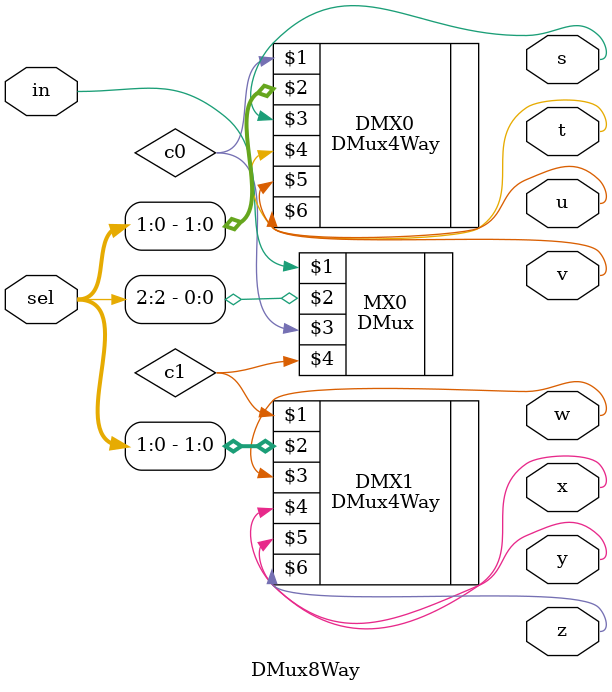
<source format=v>
`timescale 1ns / 1ps
module DMux8Way(
    input in,
    input [2:0] sel,
    output s,
    output t,
    output u,
    output v,
    output w,
    output x,
    output y,
    output z
    );
	 
	 wire c0, c1;
	 
	 DMux MX0 (in, sel[2], c0, c1);

	 DMux4Way DMX0 (c0, sel[1:0], s, t, u, v);
	 DMux4Way DMX1 (c1, sel[1:0], w, x, y, z);
	 
	  


endmodule

</source>
